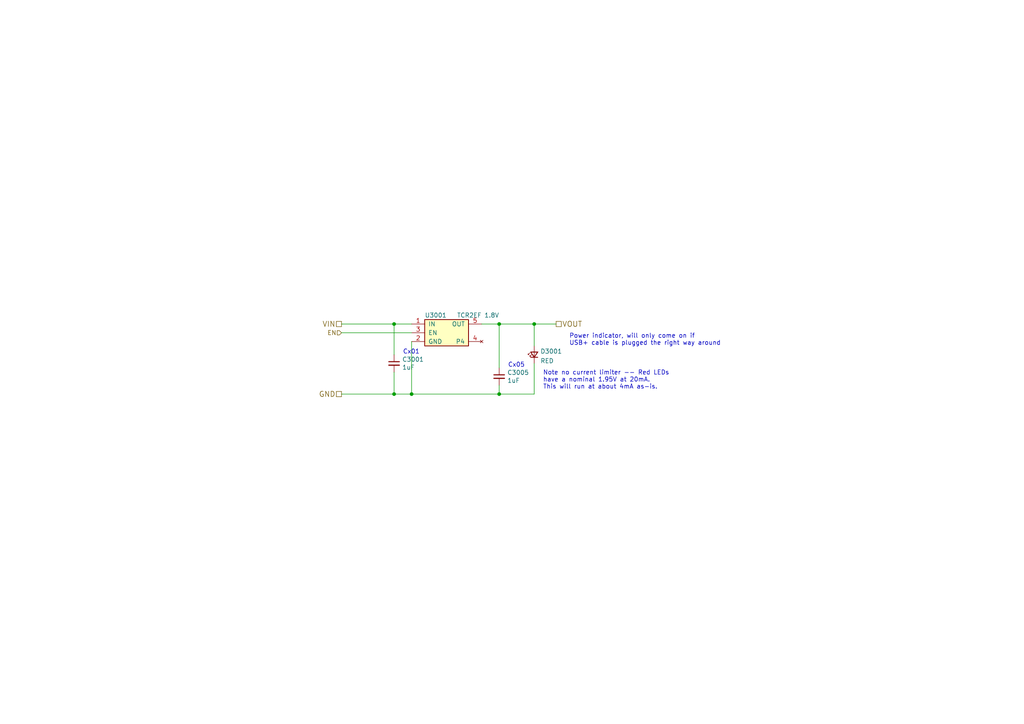
<source format=kicad_sch>
(kicad_sch (version 20211123) (generator eeschema)
  (paper "A4")
  (lib_symbols
    (symbol "Device:C_Small" (pin_numbers hide) (pin_names (offset 0.254) hide)
      (property "Reference" "C" (at 0.254 1.778 0))
      (property "Value" "C_Small" (at 0.254 -2.032 0))
      (symbol "C_Small_0_1"
        (polyline (pts (xy -1.524 -0.508) (xy 1.524 -0.508)) (stroke (width 0.3302)))
        (polyline (pts (xy -1.524 0.508) (xy 1.524 0.508)) (stroke (width 0.3048)))
      )
      (symbol "C_Small_1_1"
        (pin passive line (at 0 2.54 270) (length 2.032) (name "~") (number "1"))
        (pin passive line (at 0 -2.54 90) (length 2.032) (name "~") (number "2"))
      )
    )
    (symbol "Device:LED_Small" (pin_numbers hide) (pin_names (offset 0.254) hide)
      (property "Reference" "D" (at -1.27 3.175 0))
      (property "Value" "LED_Small" (at -4.445 -2.54 0))
      (symbol "LED_Small_0_1"
        (polyline (pts (xy -0.762 -1.016) (xy -0.762 1.016)) (stroke (width 0.254)))
        (polyline (pts (xy 1.016 0) (xy -0.762 0)))
        (polyline (pts (xy 0.762 -1.016) (xy -0.762 0) (xy 0.762 1.016) (xy 0.762 -1.016)) (stroke (width 0.254)))
        (polyline (pts (xy 0 0.762) (xy -0.508 1.27) (xy -0.254 1.27) (xy -0.508 1.27) (xy -0.508 1.016)))
        (polyline (pts (xy 0.508 1.27) (xy 0 1.778) (xy 0.254 1.778) (xy 0 1.778) (xy 0 1.524)))
      )
      (symbol "LED_Small_1_1"
        (pin passive line (at -2.54 0 0) (length 1.778) (name "K") (number "1"))
        (pin passive line (at 2.54 0 180) (length 1.778) (name "A") (number "2"))
      )
    )
    (symbol "KwanSystems:ADP122" (pin_names (offset 1.016))
      (property "Reference" "U" (at -6.35 5.08 0))
      (property "Value" "ADP122" (at 15.24 5.08 0))
      (symbol "ADP122_0_1"
        (rectangle (start -6.35 3.81) (end 6.35 -3.81) (stroke (width 0.254)) (fill (type background)))
      )
      (symbol "ADP122_1_1"
        (pin power_in line (at -10.16 2.54 0) (length 3.81) (name "IN") (number "1"))
        (pin power_in line (at -10.16 -2.54 0) (length 3.81) (name "GND") (number "2"))
        (pin input line (at -10.16 0 0) (length 3.81) (name "EN") (number "3"))
        (pin no_connect line (at 10.16 -2.54 180) (length 3.81) (name "P4") (number "4"))
        (pin power_out line (at 10.16 2.54 180) (length 3.81) (name "OUT") (number "5"))
      )
    )
  )
  (junction (at 144.78 93.98))
  (junction (at 154.94 93.98))
  (junction (at 114.3 93.98))
  (junction (at 114.3 114.3))
  (junction (at 119.38 114.3))
  (junction (at 144.78 114.3))
  (wire (pts (xy 114.3 93.98) (xy 114.3 102.87)))
  (wire (pts (xy 99.06 114.3) (xy 114.3 114.3)))
  (wire (pts (xy 144.78 114.3) (xy 144.78 111.76)))
  (wire (pts (xy 119.38 99.06) (xy 119.38 114.3)))
  (wire (pts (xy 119.38 114.3) (xy 144.78 114.3)))
  (wire (pts (xy 154.94 105.41) (xy 154.94 114.3)))
  (wire (pts (xy 114.3 93.98) (xy 119.38 93.98)))
  (wire (pts (xy 114.3 114.3) (xy 119.38 114.3)))
  (wire (pts (xy 154.94 114.3) (xy 144.78 114.3)))
  (wire (pts (xy 99.06 93.98) (xy 114.3 93.98)))
  (wire (pts (xy 154.94 93.98) (xy 154.94 100.33)))
  (wire (pts (xy 154.94 93.98) (xy 144.78 93.98)))
  (wire (pts (xy 161.29 93.98) (xy 154.94 93.98)))
  (wire (pts (xy 99.06 96.52) (xy 119.38 96.52)))
  (wire (pts (xy 114.3 114.3) (xy 114.3 107.95)))
  (wire (pts (xy 144.78 93.98) (xy 139.7 93.98)))
  (wire (pts (xy 144.78 93.98) (xy 144.78 106.68)))
  (text "Cx01" (at 116.84 102.87 0) (effects (font (size 1.27 1.27)) (justify left bottom)))
  (text "Power indicator, will only come on if\nUSB+ cable is plugged the right way around" (at 165.1 100.33 0) (effects (font (size 1.27 1.27)) (justify left bottom)))
  (text "Cx05" (at 147.32 106.68 0) (effects (font (size 1.27 1.27)) (justify left bottom)))
  (text "Note no current limiter -- Red LEDs\nhave a nominal 1.95V at 20mA. \nThis will run at about 4mA as-is." (at 157.48 113.03 0) (effects (font (size 1.27 1.27)) (justify left bottom)))
  (hierarchical_label "VOUT" (shape passive) (at 161.29 93.98 0) (effects (font (size 1.524 1.524))))
  (hierarchical_label "VIN" (shape passive) (at 99.06 93.98 180) (effects (font (size 1.524 1.524))))
  (hierarchical_label "GND" (shape passive) (at 99.06 114.3 180) (effects (font (size 1.524 1.524))))
  (hierarchical_label "EN" (shape input) (at 99.06 96.52 180))
  (symbol (lib_id "Device:C_Small") (at 114.3 105.41 0)
    (property "Reference" "C3001" (at 116.6368 104.2416 0) (effects (justify left)))
    (property "Value" "1uF" (at 116.6368 106.553 0) (effects (justify left)))
    (property "Footprint" "Capacitor_SMD:C_0402_1005Metric" (effects hide))
    (property "Digikey" "399-C0402C105K9PAC7800CT-ND" (effects hide))
    (property "Purpose" "Regulator Input" (effects hide))
  )
  (symbol (lib_id "Device:C_Small") (at 144.78 109.22 0)
    (property "Reference" "C3005" (at 147.1168 108.0516 0) (effects (justify left)))
    (property "Value" "1uF" (at 147.1168 110.363 0) (effects (justify left)))
    (property "Footprint" "Capacitor_SMD:C_0402_1005Metric" (effects hide))
    (property "Digikey" "399-C0402C105K9PAC7800CT-ND" (effects hide))
    (property "Purpose" "Shoulder Regulator output" (effects hide))
    (property "Dielectric" "X5R" (effects hide))
    (property "Max Voltage" "6.3V" (effects hide))
    (property "Precision" "10%" (effects hide))
  )
  (symbol (lib_id "Device:LED_Small") (at 154.94 102.87 90)
    (property "Reference" "D3001" (at 156.718 101.898 90) (effects (justify right)))
    (property "Value" "RED" (at 156.718 104.6731 90) (effects (justify right)))
    (property "Footprint" "LED_SMD:LED_0603_1608Metric" (effects hide))
    (property "Digikey" "754-1123-1-ND" (effects hide))
    (property "Purpose" "Sensor block power indicator" (effects hide))
  )
  (symbol (lib_id "KwanSystems:ADP122") (at 129.54 96.52 0)
    (property "Reference" "U3001" (at 123.19 91.44 0) (effects (justify left)))
    (property "Value" "TCR2EF 1.8V" (at 144.78 91.44 0) (effects (justify right)))
    (property "Footprint" "Package_TO_SOT_SMD:SOT-23-5" (effects hide))
    (property "Datasheet" "https://www.analog.com/media/en/technical-documentation/data-sheets/ADP122_123.pdf" (effects hide))
    (property "Digikey" "TCR2EF18LM(CTCT-ND" (effects hide))
    (property "Purpose" "Regulator 3.3V->1.8V" (effects hide))
  )
)
</source>
